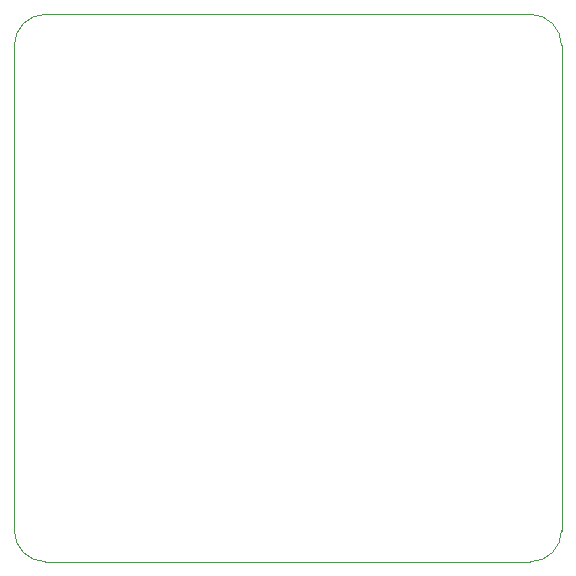
<source format=gbr>
%TF.GenerationSoftware,KiCad,Pcbnew,9.0.5*%
%TF.CreationDate,2025-10-17T16:28:27+07:00*%
%TF.ProjectId,Nokia 1202 breakout,4e6f6b69-6120-4313-9230-322062726561,rev?*%
%TF.SameCoordinates,Original*%
%TF.FileFunction,Profile,NP*%
%FSLAX46Y46*%
G04 Gerber Fmt 4.6, Leading zero omitted, Abs format (unit mm)*
G04 Created by KiCad (PCBNEW 9.0.5) date 2025-10-17 16:28:27*
%MOMM*%
%LPD*%
G01*
G04 APERTURE LIST*
%TA.AperFunction,Profile*%
%ADD10C,0.100000*%
%TD*%
G04 APERTURE END LIST*
D10*
X169033600Y-81832350D02*
X127968600Y-81832350D01*
X127968600Y-128174850D02*
X169033600Y-128174850D01*
X125333600Y-84467350D02*
X125333600Y-125539850D01*
X171668600Y-125539850D02*
X171668600Y-84467350D01*
X169033600Y-81832350D02*
G75*
G02*
X171668650Y-84467350I0J-2635050D01*
G01*
X171668600Y-125539850D02*
G75*
G02*
X169033600Y-128174800I-2635000J50D01*
G01*
X125333600Y-84467350D02*
G75*
G02*
X127968600Y-81832400I2635000J-50D01*
G01*
X127968600Y-128174850D02*
G75*
G02*
X125333550Y-125539850I0J2635050D01*
G01*
M02*

</source>
